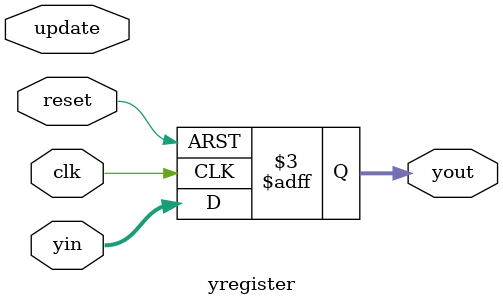
<source format=v>
module movement(clk, operation, reset, update, yout);
	input clk;
	input [2:0] operation;
	input reset;
	input update;
	output [6:0] yout;
	wire [6:0] regin, regout;
	yvalueupdater Y1(
		.clk(clk),
		.operation(operation),
		.reset(reset),
		.update(update),
		.yin(regout),
		.yout(regin)
	);

	yregister YREG(
		.yin(regin),
		.update(update),
		.clk(clk),
		.reset(reset),
		.yout(regout)
	);
	assign yout = regout;
endmodule
	
module yvalueupdater(clk, operation, reset, update, yin, yout);
	input [2:0] operation;
	input update;
	input clk;
	input reset;
	input [6:0] yin;
	output reg [6:0] yout;
	reg [3:0] current_state, next_state;
	localparam  WAIT          = 6'd0,
				BIG_JUMP0     = 6'd1,
				BIG_JUMP1     = 6'd2,
				BIG_JUMP2     = 6'd3,
				BIG_JUMP3     = 6'd4,
				BIG_JUMP4     = 6'd5,
				BIG_JUMP5     = 6'd6,
				BIG_JUMP6     = 6'd7,
				BIG_JUMP7     = 6'd8,
				BIG_JUMP8     = 6'd9,
				BIG_JUMP9     = 6'd10,
	        	SMALL_JUMP0   = 6'd11,
	        	SMALL_JUMP1   = 6'd12,
	        	SMALL_JUMP2   = 6'd13,
	        	SMALL_JUMP3   = 6'd14,
	        	SMALL_JUMP4   = 6'd15,
	        	SMALL_JUMP5   = 6'd16,
	        	SMALL_JUMP6   = 6'd17,
	        	SMALL_JUMP7   = 6'd18,
	        	SMALL_JUMP8   = 6'd19,
	        	SMALL_JUMP9   = 6'd20,
	        	SMALL_JUMP10  = 6'd21,
	        	SMALL_JUMP11  = 6'd22,
	        	SMALL_JUMP12  = 6'd23,
	        	SMALL_JUMP13  = 6'd24,
	        	SMALL_JUMP14  = 6'd25,
				DROP0         = 6'd26,
				DROP1	      = 6'd27,
				DROP2         = 6'd28,
				DROP3         = 6'd29,
				DROP4         = 6'd30,
				DROP5         = 6'd31,
				DROP6         = 6'd32,
				DROP7         = 6'd33,
				DROP8         = 6'd34;

	always @(posedge update, posedge (|operation))
    begin: state_table
        case (current_state)
             WAIT: begin
                      if (operation == 3'b001) // big jump
                          begin
                              next_state = BIG_JUMP0;
                          end
                      else if (operation == 3'b010) // small jump
                          begin
                              next_state = SMALL_JUMP0;
                          end
                      else if (operation == 3'b100) // drop
                         begin
                             next_state = DROP0;
                         end
                      else
                         begin
                             next_state = WAIT;
                         end
                  end
            BIG_JUMP0: next_state = (update) ? BIG_JUMP1 : BIG_JUMP0;
			BIG_JUMP1: next_state = (update) ? BIG_JUMP2 : BIG_JUMP1;
			BIG_JUMP2: next_state = (update) ? BIG_JUMP3 : BIG_JUMP2;
			BIG_JUMP3: next_state = (update) ? BIG_JUMP4 : BIG_JUMP3;
			BIG_JUMP4: next_state = (update) ? BIG_JUMP5 : BIG_JUMP4;
			BIG_JUMP5: next_state = (update) ? BIG_JUMP6 : BIG_JUMP5;
			BIG_JUMP6: next_state = (update) ? BIG_JUMP7 : BIG_JUMP6;
			BIG_JUMP7: next_state = (update) ? BIG_JUMP8 : BIG_JUMP7;
			BIG_JUMP8: next_state = (update) ? BIG_JUMP9 : BIG_JUMP8;
            BIG_JUMP9: next_state = (update) ? WAIT : BIG_JUMP9;
			SMALL_JUMP0: next_state = (update) ? SMALL_JUMP1 : SMALL_JUMP0;
			SMALL_JUMP1: next_state = (update) ? SMALL_JUMP2 : SMALL_JUMP1;
			SMALL_JUMP2: next_state = (update) ? SMALL_JUMP3 : SMALL_JUMP2;
			SMALL_JUMP3: next_state = (update) ? SMALL_JUMP4 : SMALL_JUMP3;
			SMALL_JUMP4: next_state = (update) ? SMALL_JUMP5 : SMALL_JUMP4;
			SMALL_JUMP5: next_state = (update) ? SMALL_JUMP6 : SMALL_JUMP5;
			SMALL_JUMP6: next_state = (update) ? SMALL_JUMP7 : SMALL_JUMP6;
			SMALL_JUMP7: next_state = (update) ? SMALL_JUMP8 : SMALL_JUMP7;
			SMALL_JUMP8: next_state = (update) ? SMALL_JUMP9 : SMALL_JUMP8;
			SMALL_JUMP9: next_state = (update) ? SMALL_JUMP10 : SMALL_JUMP9;
			SMALL_JUMP10: next_state = (update) ? SMALL_JUMP11 : SMALL_JUMP10;
			SMALL_JUMP11: next_state = (update) ? SMALL_JUMP12 : SMALL_JUMP11;
			SMALL_JUMP12: next_state = (update) ? SMALL_JUMP13 : SMALL_JUMP12;
			SMALL_JUMP13: next_state = (update) ? SMALL_JUMP14 : SMALL_JUMP13;
			SMALL_JUMP14: next_state = (update) ? WAIT : SMALL_JUMP14;
			DROP0: next_state = (update) ? DROP1 : DROP0;
			DROP1: next_state = (update) ? DROP2 : DROP1;
			DROP2: next_state = (update) ? DROP3 : DROP2;
			DROP3: next_state = (update) ? DROP4 : DROP3;
			DROP4: next_state = (update) ? DROP5 : DROP4;
			DROP5: next_state = (update) ? DROP6 : DROP5;
			DROP6: next_state = (update) ? DROP7 : DROP6;
			DROP7: next_state = (update) ? DROP8 : DROP7;
			DROP8: next_state = (update) ? WAIT : DROP8;
            default: next_state = WAIT;
        endcase
    end

    always @(posedge update, posedge (|operation), negedge reset)
    begin: enable_signals
		yout = 7'd108;
        case (current_state)
            BIG_JUMP0    : yout = yin - 9;
			BIG_JUMP1    : yout = yin - 8;
			BIG_JUMP2    : yout = yin - 7;
			BIG_JUMP3    : yout = yin - 6;
			BIG_JUMP4    : yout = yin - 5;
			BIG_JUMP5    : yout = yin - 4;
			BIG_JUMP6    : yout = yin - 3;
			BIG_JUMP7    : yout = yin - 2;
			BIG_JUMP8    : yout = yin - 1;
			BIG_JUMP9    : yout = yin + 5;
			SMALL_JUMP0  : yout = yin - 7;
			SMALL_JUMP1  : yout = yin - 6;
			SMALL_JUMP2  : yout = yin - 5;
			SMALL_JUMP3  : yout = yin - 4;
			SMALL_JUMP4  : yout = yin - 3;
			SMALL_JUMP5  : yout = yin - 2;
			SMALL_JUMP6  : yout = yin - 1;
			SMALL_JUMP7  : yout = yin;
			SMALL_JUMP8  : yout = yin + 1;
			SMALL_JUMP9  : yout = yin + 2;
			SMALL_JUMP10 : yout = yin + 3;
			SMALL_JUMP11 : yout = yin + 4;
			SMALL_JUMP12 : yout = yin + 5;
			SMALL_JUMP13 : yout = yin + 6;
			SMALL_JUMP14 : yout = yin + 7;
			DROP0        : yout = yin + 1;
			DROP1	     : yout = yin + 2;
			DROP2        : yout = yin + 3;
			DROP3        : yout = yin + 4;
			DROP4        : yout = yin + 5;
			DROP5        : yout = yin + 6;
			DROP6        : yout = yin + 7;
			DROP7        : yout = yin + 8;
			DROP8        : yout = yin + 4;
            WAIT         : yout = yin;
        endcase
		 end

    always @(posedge clk, negedge reset)
    begin: state_FFs
        if(~reset)
            begin
                current_state <= WAIT;
            end
        else
            begin
                current_state <= next_state;
            end
    end

endmodule

module yregister(yin, update, clk, reset, yout);
	input [6:0] yin;
	input update;
	input clk;
	input reset;
	output reg [6:0] yout;
	always @(posedge clk, negedge reset)
    begin: state_FFs
        if(~reset)
            begin
                yout <= 7'd108;
            end
        else
            begin
                yout <= yin;
            end
    end
endmodule





</source>
